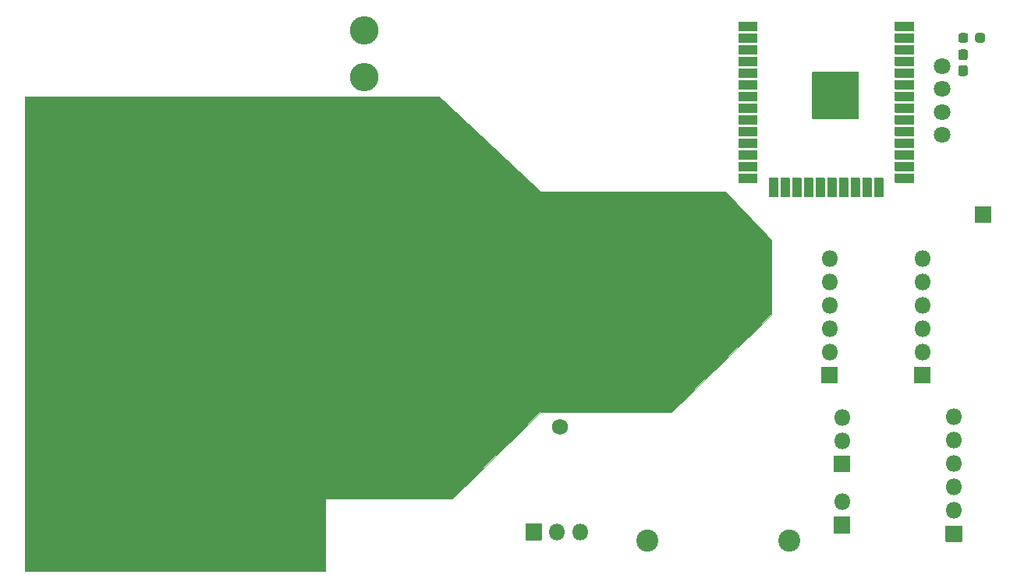
<source format=gbs>
G04 #@! TF.GenerationSoftware,KiCad,Pcbnew,(5.1.12)-1*
G04 #@! TF.CreationDate,2022-05-31T10:14:08-04:00*
G04 #@! TF.ProjectId,OMC_WIFI_PCB,4f4d435f-5749-4464-995f-5043422e6b69,rev?*
G04 #@! TF.SameCoordinates,Original*
G04 #@! TF.FileFunction,Soldermask,Bot*
G04 #@! TF.FilePolarity,Negative*
%FSLAX46Y46*%
G04 Gerber Fmt 4.6, Leading zero omitted, Abs format (unit mm)*
G04 Created by KiCad (PCBNEW (5.1.12)-1) date 2022-05-31 10:14:08*
%MOMM*%
%LPD*%
G01*
G04 APERTURE LIST*
%ADD10C,0.100000*%
%ADD11O,5.100000X7.100000*%
%ADD12O,1.800000X1.800000*%
%ADD13C,1.800000*%
%ADD14O,3.100000X3.100000*%
%ADD15C,3.216000*%
%ADD16C,1.750000*%
%ADD17C,2.400000*%
%ADD18C,3.100000*%
%ADD19C,2.450000*%
G04 APERTURE END LIST*
D10*
G36*
X632000000Y955900000D02*
G01*
X652000000Y955900000D01*
X657000000Y950600000D01*
X657000000Y942500000D01*
X646200000Y931900000D01*
X632000000Y931900000D01*
X622400000Y922500000D01*
X608600000Y922500000D01*
X608600000Y914700000D01*
X576000000Y914700000D01*
X576000000Y966200000D01*
X621000000Y966200000D01*
X632000000Y955900000D01*
G37*
X632000000Y955900000D02*
X652000000Y955900000D01*
X657000000Y950600000D01*
X657000000Y942500000D01*
X646200000Y931900000D01*
X632000000Y931900000D01*
X622400000Y922500000D01*
X608600000Y922500000D01*
X608600000Y914700000D01*
X576000000Y914700000D01*
X576000000Y966200000D01*
X621000000Y966200000D01*
X632000000Y955900000D01*
G36*
G01*
X602750000Y953658063D02*
X602750000Y956341937D01*
G75*
G02*
X603008063Y956600000I258063J0D01*
G01*
X605691937Y956600000D01*
G75*
G02*
X605950000Y956341937I0J-258063D01*
G01*
X605950000Y953658063D01*
G75*
G02*
X605691937Y953400000I-258063J0D01*
G01*
X603008063Y953400000D01*
G75*
G02*
X602750000Y953658063I0J258063D01*
G01*
G37*
G36*
G01*
X602750000Y945858063D02*
X602750000Y948541937D01*
G75*
G02*
X603008063Y948800000I258063J0D01*
G01*
X605691937Y948800000D01*
G75*
G02*
X605950000Y948541937I0J-258063D01*
G01*
X605950000Y945858063D01*
G75*
G02*
X605691937Y945600000I-258063J0D01*
G01*
X603008063Y945600000D01*
G75*
G02*
X602750000Y945858063I0J258063D01*
G01*
G37*
G36*
G01*
X577500000Y952375000D02*
X577500000Y954425000D01*
G75*
G02*
X578525000Y955450000I1025000J0D01*
G01*
X585075000Y955450000D01*
G75*
G02*
X586100000Y954425000I0J-1025000D01*
G01*
X586100000Y952375000D01*
G75*
G02*
X585075000Y951350000I-1025000J0D01*
G01*
X578525000Y951350000D01*
G75*
G02*
X577500000Y952375000I0J1025000D01*
G01*
G37*
G36*
G01*
X590300000Y952375000D02*
X590300000Y954425000D01*
G75*
G02*
X591325000Y955450000I1025000J0D01*
G01*
X597875000Y955450000D01*
G75*
G02*
X598900000Y954425000I0J-1025000D01*
G01*
X598900000Y952375000D01*
G75*
G02*
X597875000Y951350000I-1025000J0D01*
G01*
X591325000Y951350000D01*
G75*
G02*
X590300000Y952375000I0J1025000D01*
G01*
G37*
G36*
G01*
X583900000Y946175000D02*
X583900000Y948225000D01*
G75*
G02*
X584925000Y949250000I1025000J0D01*
G01*
X591475000Y949250000D01*
G75*
G02*
X592500000Y948225000I0J-1025000D01*
G01*
X592500000Y946175000D01*
G75*
G02*
X591475000Y945150000I-1025000J0D01*
G01*
X584925000Y945150000D01*
G75*
G02*
X583900000Y946175000I0J1025000D01*
G01*
G37*
D11*
X594500000Y932600000D03*
X581900000Y932500000D03*
X588200000Y920600000D03*
D12*
X663350000Y948650000D03*
X663350000Y946110000D03*
X663350000Y943570000D03*
X663350000Y941030000D03*
X663350000Y938490000D03*
G36*
G01*
X664250000Y936800000D02*
X664250000Y935100000D01*
G75*
G02*
X664200000Y935050000I-50000J0D01*
G01*
X662500000Y935050000D01*
G75*
G02*
X662450000Y935100000I0J50000D01*
G01*
X662450000Y936800000D01*
G75*
G02*
X662500000Y936850000I50000J0D01*
G01*
X664200000Y936850000D01*
G75*
G02*
X664250000Y936800000I0J-50000D01*
G01*
G37*
X673450000Y946110000D03*
X673450000Y943570000D03*
X673450000Y941030000D03*
X673450000Y948650000D03*
X673450000Y938490000D03*
G36*
G01*
X674350000Y936800000D02*
X674350000Y935100000D01*
G75*
G02*
X674300000Y935050000I-50000J0D01*
G01*
X672600000Y935050000D01*
G75*
G02*
X672550000Y935100000I0J50000D01*
G01*
X672550000Y936800000D01*
G75*
G02*
X672600000Y936850000I50000J0D01*
G01*
X674300000Y936850000D01*
G75*
G02*
X674350000Y936800000I0J-50000D01*
G01*
G37*
G36*
G01*
X679100000Y952550000D02*
X679100000Y954250000D01*
G75*
G02*
X679150000Y954300000I50000J0D01*
G01*
X680850000Y954300000D01*
G75*
G02*
X680900000Y954250000I0J-50000D01*
G01*
X680900000Y952550000D01*
G75*
G02*
X680850000Y952500000I-50000J0D01*
G01*
X679150000Y952500000D01*
G75*
G02*
X679100000Y952550000I0J50000D01*
G01*
G37*
X636330000Y918900000D03*
X633790000Y918900000D03*
G36*
G01*
X632100000Y918000000D02*
X630400000Y918000000D01*
G75*
G02*
X630350000Y918050000I0J50000D01*
G01*
X630350000Y919750000D01*
G75*
G02*
X630400000Y919800000I50000J0D01*
G01*
X632100000Y919800000D01*
G75*
G02*
X632150000Y919750000I0J-50000D01*
G01*
X632150000Y918050000D01*
G75*
G02*
X632100000Y918000000I-50000J0D01*
G01*
G37*
D13*
X675550000Y962050000D03*
X675550000Y964550000D03*
X675550000Y967050000D03*
X675550000Y969550000D03*
D14*
X612800000Y973400000D03*
X612800000Y968320000D03*
X612800000Y963280000D03*
G36*
G01*
X611250000Y956660000D02*
X611250000Y959660000D01*
G75*
G02*
X611300000Y959710000I50000J0D01*
G01*
X614300000Y959710000D01*
G75*
G02*
X614350000Y959660000I0J-50000D01*
G01*
X614350000Y956660000D01*
G75*
G02*
X614300000Y956610000I-50000J0D01*
G01*
X611300000Y956610000D01*
G75*
G02*
X611250000Y956660000I0J50000D01*
G01*
G37*
D15*
X611300000Y944350000D03*
X621400000Y926550000D03*
X618900000Y944350000D03*
D16*
X634100000Y940550000D03*
X634100000Y930350000D03*
D15*
X636600000Y935450000D03*
G36*
G01*
X678412500Y972862500D02*
X678412500Y972337500D01*
G75*
G02*
X678150000Y972075000I-262500J0D01*
G01*
X677600000Y972075000D01*
G75*
G02*
X677337500Y972337500I0J262500D01*
G01*
X677337500Y972862500D01*
G75*
G02*
X677600000Y973125000I262500J0D01*
G01*
X678150000Y973125000D01*
G75*
G02*
X678412500Y972862500I0J-262500D01*
G01*
G37*
G36*
G01*
X680237500Y972862500D02*
X680237500Y972337500D01*
G75*
G02*
X679975000Y972075000I-262500J0D01*
G01*
X679425000Y972075000D01*
G75*
G02*
X679162500Y972337500I0J262500D01*
G01*
X679162500Y972862500D01*
G75*
G02*
X679425000Y973125000I262500J0D01*
G01*
X679975000Y973125000D01*
G75*
G02*
X680237500Y972862500I0J-262500D01*
G01*
G37*
D12*
X664700000Y922200000D03*
G36*
G01*
X665600000Y920510000D02*
X665600000Y918810000D01*
G75*
G02*
X665550000Y918760000I-50000J0D01*
G01*
X663850000Y918760000D01*
G75*
G02*
X663800000Y918810000I0J50000D01*
G01*
X663800000Y920510000D01*
G75*
G02*
X663850000Y920560000I50000J0D01*
G01*
X665550000Y920560000D01*
G75*
G02*
X665600000Y920510000I0J-50000D01*
G01*
G37*
G36*
G01*
X677587500Y969625000D02*
X678112500Y969625000D01*
G75*
G02*
X678375000Y969362500I0J-262500D01*
G01*
X678375000Y968712500D01*
G75*
G02*
X678112500Y968450000I-262500J0D01*
G01*
X677587500Y968450000D01*
G75*
G02*
X677325000Y968712500I0J262500D01*
G01*
X677325000Y969362500D01*
G75*
G02*
X677587500Y969625000I262500J0D01*
G01*
G37*
G36*
G01*
X677587500Y971350000D02*
X678112500Y971350000D01*
G75*
G02*
X678375000Y971087500I0J-262500D01*
G01*
X678375000Y970437500D01*
G75*
G02*
X678112500Y970175000I-262500J0D01*
G01*
X677587500Y970175000D01*
G75*
G02*
X677325000Y970437500I0J262500D01*
G01*
X677325000Y971087500D01*
G75*
G02*
X677587500Y971350000I262500J0D01*
G01*
G37*
D17*
X659000000Y917950000D03*
G36*
G01*
X652300000Y948900000D02*
X655300000Y948900000D01*
G75*
G02*
X655350000Y948850000I0J-50000D01*
G01*
X655350000Y945850000D01*
G75*
G02*
X655300000Y945800000I-50000J0D01*
G01*
X652300000Y945800000D01*
G75*
G02*
X652250000Y945850000I0J50000D01*
G01*
X652250000Y948850000D01*
G75*
G02*
X652300000Y948900000I50000J0D01*
G01*
G37*
D18*
X648800000Y947350000D03*
D17*
X643600000Y917950000D03*
D12*
X664700000Y931380000D03*
X664700000Y928840000D03*
G36*
G01*
X665600000Y927150000D02*
X665600000Y925450000D01*
G75*
G02*
X665550000Y925400000I-50000J0D01*
G01*
X663850000Y925400000D01*
G75*
G02*
X663800000Y925450000I0J50000D01*
G01*
X663800000Y927150000D01*
G75*
G02*
X663850000Y927200000I50000J0D01*
G01*
X665550000Y927200000D01*
G75*
G02*
X665600000Y927150000I0J-50000D01*
G01*
G37*
D19*
X604500000Y918450000D03*
X604500000Y923450000D03*
X604500000Y938450000D03*
X604500000Y933450000D03*
D12*
X676850000Y931400000D03*
X676850000Y928860000D03*
X676850000Y926320000D03*
X676850000Y923780000D03*
X676850000Y921240000D03*
G36*
G01*
X677750000Y919550000D02*
X677750000Y917850000D01*
G75*
G02*
X677700000Y917800000I-50000J0D01*
G01*
X676000000Y917800000D01*
G75*
G02*
X675950000Y917850000I0J50000D01*
G01*
X675950000Y919550000D01*
G75*
G02*
X676000000Y919600000I50000J0D01*
G01*
X677700000Y919600000D01*
G75*
G02*
X677750000Y919550000I0J-50000D01*
G01*
G37*
G36*
G01*
X655550000Y974300000D02*
X655550000Y973400000D01*
G75*
G02*
X655500000Y973350000I-50000J0D01*
G01*
X653500000Y973350000D01*
G75*
G02*
X653450000Y973400000I0J50000D01*
G01*
X653450000Y974300000D01*
G75*
G02*
X653500000Y974350000I50000J0D01*
G01*
X655500000Y974350000D01*
G75*
G02*
X655550000Y974300000I0J-50000D01*
G01*
G37*
G36*
G01*
X655550000Y973030000D02*
X655550000Y972130000D01*
G75*
G02*
X655500000Y972080000I-50000J0D01*
G01*
X653500000Y972080000D01*
G75*
G02*
X653450000Y972130000I0J50000D01*
G01*
X653450000Y973030000D01*
G75*
G02*
X653500000Y973080000I50000J0D01*
G01*
X655500000Y973080000D01*
G75*
G02*
X655550000Y973030000I0J-50000D01*
G01*
G37*
G36*
G01*
X655550000Y971760000D02*
X655550000Y970860000D01*
G75*
G02*
X655500000Y970810000I-50000J0D01*
G01*
X653500000Y970810000D01*
G75*
G02*
X653450000Y970860000I0J50000D01*
G01*
X653450000Y971760000D01*
G75*
G02*
X653500000Y971810000I50000J0D01*
G01*
X655500000Y971810000D01*
G75*
G02*
X655550000Y971760000I0J-50000D01*
G01*
G37*
G36*
G01*
X655550000Y970490000D02*
X655550000Y969590000D01*
G75*
G02*
X655500000Y969540000I-50000J0D01*
G01*
X653500000Y969540000D01*
G75*
G02*
X653450000Y969590000I0J50000D01*
G01*
X653450000Y970490000D01*
G75*
G02*
X653500000Y970540000I50000J0D01*
G01*
X655500000Y970540000D01*
G75*
G02*
X655550000Y970490000I0J-50000D01*
G01*
G37*
G36*
G01*
X655550000Y969220000D02*
X655550000Y968320000D01*
G75*
G02*
X655500000Y968270000I-50000J0D01*
G01*
X653500000Y968270000D01*
G75*
G02*
X653450000Y968320000I0J50000D01*
G01*
X653450000Y969220000D01*
G75*
G02*
X653500000Y969270000I50000J0D01*
G01*
X655500000Y969270000D01*
G75*
G02*
X655550000Y969220000I0J-50000D01*
G01*
G37*
G36*
G01*
X655550000Y967950000D02*
X655550000Y967050000D01*
G75*
G02*
X655500000Y967000000I-50000J0D01*
G01*
X653500000Y967000000D01*
G75*
G02*
X653450000Y967050000I0J50000D01*
G01*
X653450000Y967950000D01*
G75*
G02*
X653500000Y968000000I50000J0D01*
G01*
X655500000Y968000000D01*
G75*
G02*
X655550000Y967950000I0J-50000D01*
G01*
G37*
G36*
G01*
X655550000Y966680000D02*
X655550000Y965780000D01*
G75*
G02*
X655500000Y965730000I-50000J0D01*
G01*
X653500000Y965730000D01*
G75*
G02*
X653450000Y965780000I0J50000D01*
G01*
X653450000Y966680000D01*
G75*
G02*
X653500000Y966730000I50000J0D01*
G01*
X655500000Y966730000D01*
G75*
G02*
X655550000Y966680000I0J-50000D01*
G01*
G37*
G36*
G01*
X655550000Y965410000D02*
X655550000Y964510000D01*
G75*
G02*
X655500000Y964460000I-50000J0D01*
G01*
X653500000Y964460000D01*
G75*
G02*
X653450000Y964510000I0J50000D01*
G01*
X653450000Y965410000D01*
G75*
G02*
X653500000Y965460000I50000J0D01*
G01*
X655500000Y965460000D01*
G75*
G02*
X655550000Y965410000I0J-50000D01*
G01*
G37*
G36*
G01*
X655550000Y964140000D02*
X655550000Y963240000D01*
G75*
G02*
X655500000Y963190000I-50000J0D01*
G01*
X653500000Y963190000D01*
G75*
G02*
X653450000Y963240000I0J50000D01*
G01*
X653450000Y964140000D01*
G75*
G02*
X653500000Y964190000I50000J0D01*
G01*
X655500000Y964190000D01*
G75*
G02*
X655550000Y964140000I0J-50000D01*
G01*
G37*
G36*
G01*
X655550000Y962870000D02*
X655550000Y961970000D01*
G75*
G02*
X655500000Y961920000I-50000J0D01*
G01*
X653500000Y961920000D01*
G75*
G02*
X653450000Y961970000I0J50000D01*
G01*
X653450000Y962870000D01*
G75*
G02*
X653500000Y962920000I50000J0D01*
G01*
X655500000Y962920000D01*
G75*
G02*
X655550000Y962870000I0J-50000D01*
G01*
G37*
G36*
G01*
X655550000Y961600000D02*
X655550000Y960700000D01*
G75*
G02*
X655500000Y960650000I-50000J0D01*
G01*
X653500000Y960650000D01*
G75*
G02*
X653450000Y960700000I0J50000D01*
G01*
X653450000Y961600000D01*
G75*
G02*
X653500000Y961650000I50000J0D01*
G01*
X655500000Y961650000D01*
G75*
G02*
X655550000Y961600000I0J-50000D01*
G01*
G37*
G36*
G01*
X655550000Y960330000D02*
X655550000Y959430000D01*
G75*
G02*
X655500000Y959380000I-50000J0D01*
G01*
X653500000Y959380000D01*
G75*
G02*
X653450000Y959430000I0J50000D01*
G01*
X653450000Y960330000D01*
G75*
G02*
X653500000Y960380000I50000J0D01*
G01*
X655500000Y960380000D01*
G75*
G02*
X655550000Y960330000I0J-50000D01*
G01*
G37*
G36*
G01*
X655550000Y959060000D02*
X655550000Y958160000D01*
G75*
G02*
X655500000Y958110000I-50000J0D01*
G01*
X653500000Y958110000D01*
G75*
G02*
X653450000Y958160000I0J50000D01*
G01*
X653450000Y959060000D01*
G75*
G02*
X653500000Y959110000I50000J0D01*
G01*
X655500000Y959110000D01*
G75*
G02*
X655550000Y959060000I0J-50000D01*
G01*
G37*
G36*
G01*
X655550000Y957790000D02*
X655550000Y956890000D01*
G75*
G02*
X655500000Y956840000I-50000J0D01*
G01*
X653500000Y956840000D01*
G75*
G02*
X653450000Y956890000I0J50000D01*
G01*
X653450000Y957790000D01*
G75*
G02*
X653500000Y957840000I50000J0D01*
G01*
X655500000Y957840000D01*
G75*
G02*
X655550000Y957790000I0J-50000D01*
G01*
G37*
G36*
G01*
X657735000Y955290000D02*
X656835000Y955290000D01*
G75*
G02*
X656785000Y955340000I0J50000D01*
G01*
X656785000Y957340000D01*
G75*
G02*
X656835000Y957390000I50000J0D01*
G01*
X657735000Y957390000D01*
G75*
G02*
X657785000Y957340000I0J-50000D01*
G01*
X657785000Y955340000D01*
G75*
G02*
X657735000Y955290000I-50000J0D01*
G01*
G37*
G36*
G01*
X659005000Y955290000D02*
X658105000Y955290000D01*
G75*
G02*
X658055000Y955340000I0J50000D01*
G01*
X658055000Y957340000D01*
G75*
G02*
X658105000Y957390000I50000J0D01*
G01*
X659005000Y957390000D01*
G75*
G02*
X659055000Y957340000I0J-50000D01*
G01*
X659055000Y955340000D01*
G75*
G02*
X659005000Y955290000I-50000J0D01*
G01*
G37*
G36*
G01*
X660275000Y955290000D02*
X659375000Y955290000D01*
G75*
G02*
X659325000Y955340000I0J50000D01*
G01*
X659325000Y957340000D01*
G75*
G02*
X659375000Y957390000I50000J0D01*
G01*
X660275000Y957390000D01*
G75*
G02*
X660325000Y957340000I0J-50000D01*
G01*
X660325000Y955340000D01*
G75*
G02*
X660275000Y955290000I-50000J0D01*
G01*
G37*
G36*
G01*
X661545000Y955290000D02*
X660645000Y955290000D01*
G75*
G02*
X660595000Y955340000I0J50000D01*
G01*
X660595000Y957340000D01*
G75*
G02*
X660645000Y957390000I50000J0D01*
G01*
X661545000Y957390000D01*
G75*
G02*
X661595000Y957340000I0J-50000D01*
G01*
X661595000Y955340000D01*
G75*
G02*
X661545000Y955290000I-50000J0D01*
G01*
G37*
G36*
G01*
X662815000Y955290000D02*
X661915000Y955290000D01*
G75*
G02*
X661865000Y955340000I0J50000D01*
G01*
X661865000Y957340000D01*
G75*
G02*
X661915000Y957390000I50000J0D01*
G01*
X662815000Y957390000D01*
G75*
G02*
X662865000Y957340000I0J-50000D01*
G01*
X662865000Y955340000D01*
G75*
G02*
X662815000Y955290000I-50000J0D01*
G01*
G37*
G36*
G01*
X664085000Y955290000D02*
X663185000Y955290000D01*
G75*
G02*
X663135000Y955340000I0J50000D01*
G01*
X663135000Y957340000D01*
G75*
G02*
X663185000Y957390000I50000J0D01*
G01*
X664085000Y957390000D01*
G75*
G02*
X664135000Y957340000I0J-50000D01*
G01*
X664135000Y955340000D01*
G75*
G02*
X664085000Y955290000I-50000J0D01*
G01*
G37*
G36*
G01*
X665355000Y955290000D02*
X664455000Y955290000D01*
G75*
G02*
X664405000Y955340000I0J50000D01*
G01*
X664405000Y957340000D01*
G75*
G02*
X664455000Y957390000I50000J0D01*
G01*
X665355000Y957390000D01*
G75*
G02*
X665405000Y957340000I0J-50000D01*
G01*
X665405000Y955340000D01*
G75*
G02*
X665355000Y955290000I-50000J0D01*
G01*
G37*
G36*
G01*
X666625000Y955290000D02*
X665725000Y955290000D01*
G75*
G02*
X665675000Y955340000I0J50000D01*
G01*
X665675000Y957340000D01*
G75*
G02*
X665725000Y957390000I50000J0D01*
G01*
X666625000Y957390000D01*
G75*
G02*
X666675000Y957340000I0J-50000D01*
G01*
X666675000Y955340000D01*
G75*
G02*
X666625000Y955290000I-50000J0D01*
G01*
G37*
G36*
G01*
X667895000Y955290000D02*
X666995000Y955290000D01*
G75*
G02*
X666945000Y955340000I0J50000D01*
G01*
X666945000Y957340000D01*
G75*
G02*
X666995000Y957390000I50000J0D01*
G01*
X667895000Y957390000D01*
G75*
G02*
X667945000Y957340000I0J-50000D01*
G01*
X667945000Y955340000D01*
G75*
G02*
X667895000Y955290000I-50000J0D01*
G01*
G37*
G36*
G01*
X669165000Y955290000D02*
X668265000Y955290000D01*
G75*
G02*
X668215000Y955340000I0J50000D01*
G01*
X668215000Y957340000D01*
G75*
G02*
X668265000Y957390000I50000J0D01*
G01*
X669165000Y957390000D01*
G75*
G02*
X669215000Y957340000I0J-50000D01*
G01*
X669215000Y955340000D01*
G75*
G02*
X669165000Y955290000I-50000J0D01*
G01*
G37*
G36*
G01*
X672550000Y957790000D02*
X672550000Y956890000D01*
G75*
G02*
X672500000Y956840000I-50000J0D01*
G01*
X670500000Y956840000D01*
G75*
G02*
X670450000Y956890000I0J50000D01*
G01*
X670450000Y957790000D01*
G75*
G02*
X670500000Y957840000I50000J0D01*
G01*
X672500000Y957840000D01*
G75*
G02*
X672550000Y957790000I0J-50000D01*
G01*
G37*
G36*
G01*
X672550000Y959060000D02*
X672550000Y958160000D01*
G75*
G02*
X672500000Y958110000I-50000J0D01*
G01*
X670500000Y958110000D01*
G75*
G02*
X670450000Y958160000I0J50000D01*
G01*
X670450000Y959060000D01*
G75*
G02*
X670500000Y959110000I50000J0D01*
G01*
X672500000Y959110000D01*
G75*
G02*
X672550000Y959060000I0J-50000D01*
G01*
G37*
G36*
G01*
X672550000Y960330000D02*
X672550000Y959430000D01*
G75*
G02*
X672500000Y959380000I-50000J0D01*
G01*
X670500000Y959380000D01*
G75*
G02*
X670450000Y959430000I0J50000D01*
G01*
X670450000Y960330000D01*
G75*
G02*
X670500000Y960380000I50000J0D01*
G01*
X672500000Y960380000D01*
G75*
G02*
X672550000Y960330000I0J-50000D01*
G01*
G37*
G36*
G01*
X672550000Y961600000D02*
X672550000Y960700000D01*
G75*
G02*
X672500000Y960650000I-50000J0D01*
G01*
X670500000Y960650000D01*
G75*
G02*
X670450000Y960700000I0J50000D01*
G01*
X670450000Y961600000D01*
G75*
G02*
X670500000Y961650000I50000J0D01*
G01*
X672500000Y961650000D01*
G75*
G02*
X672550000Y961600000I0J-50000D01*
G01*
G37*
G36*
G01*
X672550000Y962870000D02*
X672550000Y961970000D01*
G75*
G02*
X672500000Y961920000I-50000J0D01*
G01*
X670500000Y961920000D01*
G75*
G02*
X670450000Y961970000I0J50000D01*
G01*
X670450000Y962870000D01*
G75*
G02*
X670500000Y962920000I50000J0D01*
G01*
X672500000Y962920000D01*
G75*
G02*
X672550000Y962870000I0J-50000D01*
G01*
G37*
G36*
G01*
X672550000Y964140000D02*
X672550000Y963240000D01*
G75*
G02*
X672500000Y963190000I-50000J0D01*
G01*
X670500000Y963190000D01*
G75*
G02*
X670450000Y963240000I0J50000D01*
G01*
X670450000Y964140000D01*
G75*
G02*
X670500000Y964190000I50000J0D01*
G01*
X672500000Y964190000D01*
G75*
G02*
X672550000Y964140000I0J-50000D01*
G01*
G37*
G36*
G01*
X672550000Y965410000D02*
X672550000Y964510000D01*
G75*
G02*
X672500000Y964460000I-50000J0D01*
G01*
X670500000Y964460000D01*
G75*
G02*
X670450000Y964510000I0J50000D01*
G01*
X670450000Y965410000D01*
G75*
G02*
X670500000Y965460000I50000J0D01*
G01*
X672500000Y965460000D01*
G75*
G02*
X672550000Y965410000I0J-50000D01*
G01*
G37*
G36*
G01*
X672550000Y966680000D02*
X672550000Y965780000D01*
G75*
G02*
X672500000Y965730000I-50000J0D01*
G01*
X670500000Y965730000D01*
G75*
G02*
X670450000Y965780000I0J50000D01*
G01*
X670450000Y966680000D01*
G75*
G02*
X670500000Y966730000I50000J0D01*
G01*
X672500000Y966730000D01*
G75*
G02*
X672550000Y966680000I0J-50000D01*
G01*
G37*
G36*
G01*
X672550000Y967950000D02*
X672550000Y967050000D01*
G75*
G02*
X672500000Y967000000I-50000J0D01*
G01*
X670500000Y967000000D01*
G75*
G02*
X670450000Y967050000I0J50000D01*
G01*
X670450000Y967950000D01*
G75*
G02*
X670500000Y968000000I50000J0D01*
G01*
X672500000Y968000000D01*
G75*
G02*
X672550000Y967950000I0J-50000D01*
G01*
G37*
G36*
G01*
X672550000Y969220000D02*
X672550000Y968320000D01*
G75*
G02*
X672500000Y968270000I-50000J0D01*
G01*
X670500000Y968270000D01*
G75*
G02*
X670450000Y968320000I0J50000D01*
G01*
X670450000Y969220000D01*
G75*
G02*
X670500000Y969270000I50000J0D01*
G01*
X672500000Y969270000D01*
G75*
G02*
X672550000Y969220000I0J-50000D01*
G01*
G37*
G36*
G01*
X672550000Y970490000D02*
X672550000Y969590000D01*
G75*
G02*
X672500000Y969540000I-50000J0D01*
G01*
X670500000Y969540000D01*
G75*
G02*
X670450000Y969590000I0J50000D01*
G01*
X670450000Y970490000D01*
G75*
G02*
X670500000Y970540000I50000J0D01*
G01*
X672500000Y970540000D01*
G75*
G02*
X672550000Y970490000I0J-50000D01*
G01*
G37*
G36*
G01*
X672550000Y971760000D02*
X672550000Y970860000D01*
G75*
G02*
X672500000Y970810000I-50000J0D01*
G01*
X670500000Y970810000D01*
G75*
G02*
X670450000Y970860000I0J50000D01*
G01*
X670450000Y971760000D01*
G75*
G02*
X670500000Y971810000I50000J0D01*
G01*
X672500000Y971810000D01*
G75*
G02*
X672550000Y971760000I0J-50000D01*
G01*
G37*
G36*
G01*
X672550000Y973030000D02*
X672550000Y972130000D01*
G75*
G02*
X672500000Y972080000I-50000J0D01*
G01*
X670500000Y972080000D01*
G75*
G02*
X670450000Y972130000I0J50000D01*
G01*
X670450000Y973030000D01*
G75*
G02*
X670500000Y973080000I50000J0D01*
G01*
X672500000Y973080000D01*
G75*
G02*
X672550000Y973030000I0J-50000D01*
G01*
G37*
G36*
G01*
X672550000Y974300000D02*
X672550000Y973400000D01*
G75*
G02*
X672500000Y973350000I-50000J0D01*
G01*
X670500000Y973350000D01*
G75*
G02*
X670450000Y973400000I0J50000D01*
G01*
X670450000Y974300000D01*
G75*
G02*
X670500000Y974350000I50000J0D01*
G01*
X672500000Y974350000D01*
G75*
G02*
X672550000Y974300000I0J-50000D01*
G01*
G37*
G36*
G01*
X666550000Y968850000D02*
X666550000Y963850000D01*
G75*
G02*
X666500000Y963800000I-50000J0D01*
G01*
X661500000Y963800000D01*
G75*
G02*
X661450000Y963850000I0J50000D01*
G01*
X661450000Y968850000D01*
G75*
G02*
X661500000Y968900000I50000J0D01*
G01*
X666500000Y968900000D01*
G75*
G02*
X666550000Y968850000I0J-50000D01*
G01*
G37*
M02*

</source>
